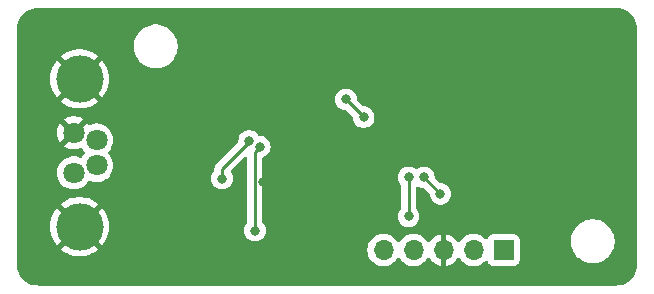
<source format=gbl>
G04 #@! TF.GenerationSoftware,KiCad,Pcbnew,8.0.8*
G04 #@! TF.CreationDate,2025-02-03T14:10:50+01:00*
G04 #@! TF.ProjectId,ASS,4153532e-6b69-4636-9164-5f7063625858,rev?*
G04 #@! TF.SameCoordinates,PX5f5e100PY4c4b400*
G04 #@! TF.FileFunction,Copper,L2,Bot*
G04 #@! TF.FilePolarity,Positive*
%FSLAX46Y46*%
G04 Gerber Fmt 4.6, Leading zero omitted, Abs format (unit mm)*
G04 Created by KiCad (PCBNEW 8.0.8) date 2025-02-03 14:10:50*
%MOMM*%
%LPD*%
G01*
G04 APERTURE LIST*
G04 #@! TA.AperFunction,ComponentPad*
%ADD10C,1.800000*%
G04 #@! TD*
G04 #@! TA.AperFunction,ComponentPad*
%ADD11C,4.000000*%
G04 #@! TD*
G04 #@! TA.AperFunction,ComponentPad*
%ADD12R,1.700000X1.700000*%
G04 #@! TD*
G04 #@! TA.AperFunction,ComponentPad*
%ADD13O,1.700000X1.700000*%
G04 #@! TD*
G04 #@! TA.AperFunction,ViaPad*
%ADD14C,0.800000*%
G04 #@! TD*
G04 #@! TA.AperFunction,Conductor*
%ADD15C,0.250000*%
G04 #@! TD*
G04 APERTURE END LIST*
D10*
X5040000Y9790000D03*
X6990000Y10415000D03*
X5040000Y13190000D03*
X6990000Y12565000D03*
D11*
X5540000Y17740000D03*
X5540000Y5240000D03*
D12*
X41437500Y3260000D03*
D13*
X38897500Y3260000D03*
X36357500Y3260000D03*
X33817500Y3260000D03*
X31277500Y3260000D03*
D14*
X29600000Y14500000D03*
X36100000Y8000000D03*
X20800000Y12000000D03*
X17600000Y9300000D03*
X28100000Y16000000D03*
X34700000Y9400000D03*
X19900000Y12500000D03*
X20400000Y4900000D03*
X19470000Y20130000D03*
X26090000Y11850000D03*
X33256403Y17976403D03*
X28040000Y21930000D03*
X29370000Y20670000D03*
X8830000Y15850000D03*
X13300000Y4150000D03*
X25641097Y3638903D03*
X36847500Y21060000D03*
X15600000Y6620000D03*
X15670000Y1680000D03*
X35540000Y21940000D03*
X37100000Y19500000D03*
X15050000Y15040000D03*
X24567500Y11870000D03*
X24640000Y3530000D03*
X21106250Y9040000D03*
X39700000Y16000000D03*
X36687500Y18487500D03*
X43110000Y20647500D03*
X22550000Y11860000D03*
X18882347Y8872347D03*
X19630000Y21340000D03*
X38970000Y19990000D03*
X16250000Y15030000D03*
X30870000Y20640000D03*
X16440000Y2250000D03*
X34958264Y13694344D03*
X48970000Y20320000D03*
X33392501Y6094697D03*
X33410000Y9410000D03*
D15*
X19900000Y12500000D02*
X20062500Y12500000D01*
X20381250Y4918750D02*
X20400000Y4900000D01*
X36100000Y8000000D02*
X34700000Y9400000D01*
X28100000Y16000000D02*
X29600000Y14500000D01*
X20800000Y12000000D02*
X20381250Y11581250D01*
X19900000Y12400000D02*
X17600000Y10100000D01*
X19900000Y12500000D02*
X19900000Y12400000D01*
X17600000Y10100000D02*
X17600000Y9300000D01*
X20381250Y11581250D02*
X20381250Y4918750D01*
X33410000Y9410000D02*
X33410000Y6112196D01*
X33410000Y6112196D02*
X33392501Y6094697D01*
G04 #@! TA.AperFunction,Conductor*
G36*
X51004418Y23749184D02*
G01*
X51240140Y23732326D01*
X51257641Y23729809D01*
X51484229Y23680518D01*
X51501188Y23675539D01*
X51638672Y23624260D01*
X51718462Y23594499D01*
X51734555Y23587149D01*
X51938068Y23476023D01*
X51952951Y23466458D01*
X52138579Y23327499D01*
X52151950Y23315913D01*
X52315912Y23151951D01*
X52327498Y23138580D01*
X52466457Y22952952D01*
X52476022Y22938069D01*
X52587148Y22734556D01*
X52594498Y22718463D01*
X52675535Y22501197D01*
X52680519Y22484221D01*
X52729807Y22257648D01*
X52732325Y22240136D01*
X52749184Y22004419D01*
X52749500Y21995573D01*
X52749500Y2004428D01*
X52749184Y1995582D01*
X52732325Y1759865D01*
X52729807Y1742353D01*
X52680519Y1515780D01*
X52675535Y1498804D01*
X52594498Y1281538D01*
X52587148Y1265445D01*
X52476022Y1061932D01*
X52466457Y1047049D01*
X52327498Y861421D01*
X52315912Y848050D01*
X52151950Y684088D01*
X52138579Y672502D01*
X51952951Y533543D01*
X51938068Y523978D01*
X51734555Y412852D01*
X51718462Y405502D01*
X51501196Y324465D01*
X51484220Y319481D01*
X51257647Y270193D01*
X51240135Y267675D01*
X51004418Y250816D01*
X50995572Y250500D01*
X2004428Y250500D01*
X1995582Y250816D01*
X1759864Y267675D01*
X1742352Y270193D01*
X1515779Y319481D01*
X1498803Y324465D01*
X1281537Y405502D01*
X1265444Y412852D01*
X1061931Y523978D01*
X1047048Y533543D01*
X861420Y672502D01*
X848049Y684088D01*
X684087Y848050D01*
X672501Y861421D01*
X533542Y1047049D01*
X523977Y1061932D01*
X412851Y1265445D01*
X405501Y1281538D01*
X375740Y1361328D01*
X324461Y1498812D01*
X319482Y1515771D01*
X270191Y1742359D01*
X267674Y1759865D01*
X257544Y1901501D01*
X250816Y1995582D01*
X250500Y2004428D01*
X250500Y5240006D01*
X3035057Y5240006D01*
X3035057Y5239995D01*
X3054807Y4926058D01*
X3054808Y4926051D01*
X3113755Y4617042D01*
X3210963Y4317868D01*
X3210965Y4317863D01*
X3344900Y4033239D01*
X3344903Y4033233D01*
X3513452Y3767641D01*
X3604286Y3657842D01*
X4317339Y4370896D01*
X4395864Y4262816D01*
X4562816Y4095864D01*
X4670893Y4017342D01*
X3954972Y3301421D01*
X4197780Y3125010D01*
X4197790Y3125004D01*
X4473447Y2973460D01*
X4473455Y2973456D01*
X4765926Y2857660D01*
X5070620Y2779427D01*
X5070629Y2779425D01*
X5382701Y2740001D01*
X5382715Y2740000D01*
X5697285Y2740000D01*
X5697298Y2740001D01*
X6009370Y2779425D01*
X6009379Y2779427D01*
X6314073Y2857660D01*
X6606544Y2973456D01*
X6606552Y2973460D01*
X6882203Y3125000D01*
X6882214Y3125007D01*
X7068023Y3260006D01*
X29914344Y3260006D01*
X29914344Y3259995D01*
X29932934Y3035641D01*
X29932936Y3035629D01*
X29988203Y2817386D01*
X30078640Y2611208D01*
X30201776Y2422735D01*
X30201784Y2422724D01*
X30328467Y2285112D01*
X30354260Y2257094D01*
X30531924Y2118811D01*
X30531925Y2118811D01*
X30531927Y2118809D01*
X30591814Y2086400D01*
X30729926Y2011658D01*
X30942865Y1938556D01*
X31164931Y1901500D01*
X31390069Y1901500D01*
X31612135Y1938556D01*
X31825074Y2011658D01*
X32023076Y2118811D01*
X32200740Y2257094D01*
X32322094Y2388918D01*
X32353215Y2422724D01*
X32353215Y2422725D01*
X32353222Y2422732D01*
X32443693Y2561210D01*
X32496838Y2606563D01*
X32566069Y2615987D01*
X32629405Y2586485D01*
X32651304Y2561213D01*
X32741778Y2422732D01*
X32741783Y2422727D01*
X32741784Y2422724D01*
X32868467Y2285112D01*
X32894260Y2257094D01*
X33071924Y2118811D01*
X33071925Y2118811D01*
X33071927Y2118809D01*
X33131814Y2086400D01*
X33269926Y2011658D01*
X33482865Y1938556D01*
X33704931Y1901500D01*
X33930069Y1901500D01*
X34152135Y1938556D01*
X34365074Y2011658D01*
X34563076Y2118811D01*
X34740740Y2257094D01*
X34862094Y2388918D01*
X34893215Y2422724D01*
X34893215Y2422725D01*
X34893222Y2422732D01*
X34987249Y2566653D01*
X35040394Y2612006D01*
X35109625Y2621430D01*
X35172961Y2591928D01*
X35192630Y2569952D01*
X35319390Y2388922D01*
X35486417Y2221895D01*
X35679921Y2086400D01*
X35894007Y1986571D01*
X35894016Y1986567D01*
X36107500Y1929366D01*
X36107500Y2826988D01*
X36164507Y2794075D01*
X36291674Y2760000D01*
X36423326Y2760000D01*
X36550493Y2794075D01*
X36607500Y2826988D01*
X36607500Y1929367D01*
X36820983Y1986567D01*
X36820992Y1986571D01*
X37035078Y2086400D01*
X37228582Y2221895D01*
X37395605Y2388918D01*
X37522368Y2569952D01*
X37576945Y2613577D01*
X37646444Y2620769D01*
X37708798Y2589247D01*
X37727751Y2566650D01*
X37821776Y2422735D01*
X37821784Y2422724D01*
X37948467Y2285112D01*
X37974260Y2257094D01*
X38151924Y2118811D01*
X38151925Y2118811D01*
X38151927Y2118809D01*
X38211814Y2086400D01*
X38349926Y2011658D01*
X38562865Y1938556D01*
X38784931Y1901500D01*
X39010069Y1901500D01*
X39232135Y1938556D01*
X39445074Y2011658D01*
X39643076Y2118811D01*
X39820740Y2257094D01*
X39883952Y2325761D01*
X39943837Y2361750D01*
X40013675Y2359651D01*
X40071291Y2320127D01*
X40091361Y2285112D01*
X40130134Y2181162D01*
X40136611Y2163796D01*
X40224239Y2046739D01*
X40341296Y1959111D01*
X40478299Y1908011D01*
X40505550Y1905082D01*
X40538845Y1901501D01*
X40538862Y1901500D01*
X42336138Y1901500D01*
X42336154Y1901501D01*
X42363192Y1904409D01*
X42396701Y1908011D01*
X42533704Y1959111D01*
X42650761Y2046739D01*
X42738389Y2163796D01*
X42789489Y2300799D01*
X42793357Y2336778D01*
X42795999Y2361346D01*
X42796000Y2361363D01*
X42796000Y4121289D01*
X47149500Y4121289D01*
X47149500Y3878712D01*
X47181161Y3638215D01*
X47243947Y3403896D01*
X47303551Y3260000D01*
X47336776Y3179788D01*
X47458064Y2969711D01*
X47458066Y2969708D01*
X47458067Y2969707D01*
X47605733Y2777264D01*
X47605739Y2777257D01*
X47777256Y2605740D01*
X47777263Y2605734D01*
X47802349Y2586485D01*
X47969711Y2458064D01*
X48179788Y2336776D01*
X48403900Y2243946D01*
X48638211Y2181162D01*
X48818586Y2157416D01*
X48878711Y2149500D01*
X48878712Y2149500D01*
X49121289Y2149500D01*
X49169388Y2155833D01*
X49361789Y2181162D01*
X49596100Y2243946D01*
X49820212Y2336776D01*
X50030289Y2458064D01*
X50222738Y2605735D01*
X50394265Y2777262D01*
X50541936Y2969711D01*
X50663224Y3179788D01*
X50756054Y3403900D01*
X50818838Y3638211D01*
X50850500Y3878712D01*
X50850500Y4121288D01*
X50818838Y4361789D01*
X50756054Y4596100D01*
X50663224Y4820212D01*
X50541936Y5030289D01*
X50481018Y5109679D01*
X50394266Y5222737D01*
X50394260Y5222744D01*
X50222743Y5394261D01*
X50222736Y5394267D01*
X50030293Y5541933D01*
X50030292Y5541934D01*
X50030289Y5541936D01*
X49820212Y5663224D01*
X49820205Y5663227D01*
X49596104Y5756053D01*
X49361785Y5818839D01*
X49121289Y5850500D01*
X49121288Y5850500D01*
X48878712Y5850500D01*
X48878711Y5850500D01*
X48638214Y5818839D01*
X48403895Y5756053D01*
X48179794Y5663227D01*
X48179785Y5663223D01*
X47969706Y5541933D01*
X47777263Y5394267D01*
X47777256Y5394261D01*
X47605739Y5222744D01*
X47605733Y5222737D01*
X47458067Y5030294D01*
X47336777Y4820215D01*
X47336773Y4820206D01*
X47243947Y4596105D01*
X47181161Y4361786D01*
X47149500Y4121289D01*
X42796000Y4121289D01*
X42796000Y4158638D01*
X42795999Y4158655D01*
X42792172Y4194241D01*
X42789489Y4219201D01*
X42788767Y4221136D01*
X42760059Y4298106D01*
X42738389Y4356204D01*
X42650761Y4473261D01*
X42533704Y4560889D01*
X42396703Y4611989D01*
X42336154Y4618500D01*
X42336138Y4618500D01*
X40538862Y4618500D01*
X40538845Y4618500D01*
X40478297Y4611989D01*
X40478295Y4611989D01*
X40341295Y4560889D01*
X40224239Y4473261D01*
X40136611Y4356205D01*
X40091361Y4234889D01*
X40049489Y4178956D01*
X39984024Y4154540D01*
X39915752Y4169393D01*
X39883954Y4194238D01*
X39820740Y4262906D01*
X39643076Y4401189D01*
X39643075Y4401190D01*
X39643072Y4401192D01*
X39445080Y4508339D01*
X39445077Y4508341D01*
X39445074Y4508342D01*
X39445071Y4508343D01*
X39445069Y4508344D01*
X39232137Y4581444D01*
X39010069Y4618500D01*
X38784931Y4618500D01*
X38562862Y4581444D01*
X38349930Y4508344D01*
X38349919Y4508339D01*
X38151927Y4401192D01*
X38151922Y4401188D01*
X37974261Y4262908D01*
X37974256Y4262903D01*
X37821784Y4097277D01*
X37821776Y4097266D01*
X37727751Y3953350D01*
X37674605Y3907993D01*
X37605373Y3898570D01*
X37542038Y3928072D01*
X37522368Y3950049D01*
X37395613Y4131074D01*
X37395608Y4131080D01*
X37228582Y4298106D01*
X37035078Y4433601D01*
X36820992Y4533430D01*
X36820986Y4533433D01*
X36607500Y4590636D01*
X36607500Y3693012D01*
X36550493Y3725925D01*
X36423326Y3760000D01*
X36291674Y3760000D01*
X36164507Y3725925D01*
X36107500Y3693012D01*
X36107500Y4590636D01*
X36107499Y4590636D01*
X35894013Y4533433D01*
X35894007Y4533430D01*
X35679922Y4433601D01*
X35679920Y4433600D01*
X35486426Y4298114D01*
X35486420Y4298109D01*
X35319391Y4131080D01*
X35319390Y4131078D01*
X35192631Y3950048D01*
X35138054Y3906423D01*
X35068555Y3899231D01*
X35006201Y3930753D01*
X34987252Y3953344D01*
X34893222Y4097268D01*
X34893215Y4097275D01*
X34893215Y4097277D01*
X34740743Y4262903D01*
X34740738Y4262908D01*
X34563077Y4401188D01*
X34563072Y4401192D01*
X34365080Y4508339D01*
X34365077Y4508341D01*
X34365074Y4508342D01*
X34365071Y4508343D01*
X34365069Y4508344D01*
X34152137Y4581444D01*
X33930069Y4618500D01*
X33704931Y4618500D01*
X33482862Y4581444D01*
X33269930Y4508344D01*
X33269919Y4508339D01*
X33071927Y4401192D01*
X33071922Y4401188D01*
X32894261Y4262908D01*
X32894256Y4262903D01*
X32741784Y4097277D01*
X32741776Y4097266D01*
X32651308Y3958794D01*
X32598162Y3913438D01*
X32528931Y3904014D01*
X32465595Y3933516D01*
X32443692Y3958794D01*
X32353223Y4097266D01*
X32353215Y4097277D01*
X32200743Y4262903D01*
X32200738Y4262908D01*
X32023077Y4401188D01*
X32023072Y4401192D01*
X31825080Y4508339D01*
X31825077Y4508341D01*
X31825074Y4508342D01*
X31825071Y4508343D01*
X31825069Y4508344D01*
X31612137Y4581444D01*
X31390069Y4618500D01*
X31164931Y4618500D01*
X30942862Y4581444D01*
X30729930Y4508344D01*
X30729919Y4508339D01*
X30531927Y4401192D01*
X30531922Y4401188D01*
X30354261Y4262908D01*
X30354256Y4262903D01*
X30201784Y4097277D01*
X30201776Y4097266D01*
X30078640Y3908793D01*
X29988203Y3702615D01*
X29932936Y3484372D01*
X29932934Y3484360D01*
X29914344Y3260006D01*
X7068023Y3260006D01*
X7125025Y3301421D01*
X7125026Y3301421D01*
X6409105Y4017341D01*
X6517184Y4095864D01*
X6684136Y4262816D01*
X6762659Y4370895D01*
X7475712Y3657842D01*
X7566544Y3767636D01*
X7735096Y4033233D01*
X7735099Y4033239D01*
X7869034Y4317863D01*
X7869036Y4317868D01*
X7966244Y4617042D01*
X8025191Y4926051D01*
X8025192Y4926058D01*
X8044943Y5239995D01*
X8044943Y5240006D01*
X8025192Y5553943D01*
X8025191Y5553950D01*
X7966244Y5862959D01*
X7869036Y6162133D01*
X7869034Y6162138D01*
X7735099Y6446762D01*
X7735096Y6446768D01*
X7566544Y6712365D01*
X7475712Y6822161D01*
X6762658Y6109107D01*
X6684136Y6217184D01*
X6517184Y6384136D01*
X6409105Y6462660D01*
X7125026Y7178581D01*
X6882219Y7354991D01*
X6882209Y7354997D01*
X6606552Y7506541D01*
X6606544Y7506545D01*
X6314073Y7622341D01*
X6009379Y7700574D01*
X6009370Y7700576D01*
X5697298Y7740000D01*
X5382701Y7740000D01*
X5070629Y7700576D01*
X5070620Y7700574D01*
X4765926Y7622341D01*
X4473455Y7506545D01*
X4473447Y7506541D01*
X4197790Y7354997D01*
X4197772Y7354986D01*
X3954973Y7178583D01*
X3954972Y7178581D01*
X4670894Y6462660D01*
X4562816Y6384136D01*
X4395864Y6217184D01*
X4317340Y6109107D01*
X3604286Y6822161D01*
X3513460Y6712372D01*
X3513457Y6712368D01*
X3344903Y6446768D01*
X3344900Y6446762D01*
X3210965Y6162138D01*
X3210963Y6162133D01*
X3113755Y5862959D01*
X3054808Y5553950D01*
X3054807Y5553943D01*
X3035057Y5240006D01*
X250500Y5240006D01*
X250500Y9790006D01*
X3626673Y9790006D01*
X3626673Y9789995D01*
X3645948Y9557378D01*
X3703251Y9331093D01*
X3797015Y9117332D01*
X3924686Y8921916D01*
X4082776Y8750186D01*
X4082780Y8750182D01*
X4266983Y8606810D01*
X4266985Y8606809D01*
X4266988Y8606807D01*
X4320805Y8577683D01*
X4472273Y8495713D01*
X4541885Y8471815D01*
X4693045Y8419921D01*
X4693047Y8419921D01*
X4693049Y8419920D01*
X4923288Y8381500D01*
X4923289Y8381500D01*
X5156711Y8381500D01*
X5156712Y8381500D01*
X5386951Y8419920D01*
X5607727Y8495713D01*
X5813017Y8606810D01*
X5997220Y8750182D01*
X6155314Y8921917D01*
X6258566Y9079958D01*
X6311711Y9125313D01*
X6380942Y9134737D01*
X6417457Y9122508D01*
X6417575Y9122774D01*
X6420525Y9121480D01*
X6421391Y9121190D01*
X6421914Y9120908D01*
X6422273Y9120713D01*
X6536914Y9081357D01*
X6643045Y9044921D01*
X6643047Y9044921D01*
X6643049Y9044920D01*
X6873288Y9006500D01*
X6873289Y9006500D01*
X7106711Y9006500D01*
X7106712Y9006500D01*
X7336951Y9044920D01*
X7557727Y9120713D01*
X7763017Y9231810D01*
X7850627Y9300000D01*
X16686496Y9300000D01*
X16706458Y9110072D01*
X16706459Y9110069D01*
X16765470Y8928451D01*
X16765473Y8928444D01*
X16860960Y8763056D01*
X16988747Y8621134D01*
X17143248Y8508882D01*
X17317712Y8431206D01*
X17504513Y8391500D01*
X17695487Y8391500D01*
X17882288Y8431206D01*
X18056752Y8508882D01*
X18211253Y8621134D01*
X18339040Y8763056D01*
X18434527Y8928444D01*
X18493542Y9110072D01*
X18513504Y9300000D01*
X18493542Y9489928D01*
X18434527Y9671556D01*
X18347745Y9821867D01*
X18331272Y9889767D01*
X18354125Y9955794D01*
X18367451Y9971548D01*
X18987974Y10592071D01*
X19536070Y11140168D01*
X19597392Y11173651D01*
X19667084Y11168667D01*
X19723017Y11126795D01*
X19747434Y11061331D01*
X19747750Y11052485D01*
X19747750Y5580934D01*
X19728065Y5513895D01*
X19715904Y5497967D01*
X19677701Y5455538D01*
X19660957Y5436941D01*
X19565473Y5271557D01*
X19565470Y5271550D01*
X19506459Y5089932D01*
X19506458Y5089928D01*
X19486496Y4900000D01*
X19506458Y4710072D01*
X19506459Y4710069D01*
X19565470Y4528451D01*
X19565473Y4528444D01*
X19660960Y4363056D01*
X19788747Y4221134D01*
X19943248Y4108882D01*
X20117712Y4031206D01*
X20304513Y3991500D01*
X20495487Y3991500D01*
X20682288Y4031206D01*
X20856752Y4108882D01*
X21011253Y4221134D01*
X21139040Y4363056D01*
X21234527Y4528444D01*
X21293542Y4710072D01*
X21313504Y4900000D01*
X21293542Y5089928D01*
X21234527Y5271556D01*
X21151230Y5415831D01*
X21139041Y5436943D01*
X21139036Y5436950D01*
X21046600Y5539611D01*
X21016370Y5602603D01*
X21014750Y5622583D01*
X21014750Y6094697D01*
X32478997Y6094697D01*
X32498959Y5904769D01*
X32498960Y5904766D01*
X32557971Y5723148D01*
X32557974Y5723141D01*
X32653461Y5557753D01*
X32781248Y5415831D01*
X32935749Y5303579D01*
X33110213Y5225903D01*
X33297014Y5186197D01*
X33487988Y5186197D01*
X33674789Y5225903D01*
X33849253Y5303579D01*
X34003754Y5415831D01*
X34131541Y5557753D01*
X34227028Y5723141D01*
X34286043Y5904769D01*
X34306005Y6094697D01*
X34286043Y6284625D01*
X34227028Y6466253D01*
X34131541Y6631641D01*
X34075350Y6694048D01*
X34045120Y6757040D01*
X34043500Y6777020D01*
X34043500Y8510644D01*
X34063185Y8577683D01*
X34115989Y8623438D01*
X34185147Y8633382D01*
X34237592Y8612095D01*
X34237615Y8612134D01*
X34237901Y8611969D01*
X34240389Y8610959D01*
X34243248Y8608882D01*
X34417712Y8531206D01*
X34604513Y8491500D01*
X34661234Y8491500D01*
X34728273Y8471815D01*
X34748915Y8455181D01*
X35153378Y8050718D01*
X35186863Y7989395D01*
X35189018Y7975999D01*
X35196992Y7900132D01*
X35206458Y7810072D01*
X35206459Y7810069D01*
X35265470Y7628451D01*
X35265473Y7628444D01*
X35360960Y7463056D01*
X35488747Y7321134D01*
X35643248Y7208882D01*
X35817712Y7131206D01*
X36004513Y7091500D01*
X36195487Y7091500D01*
X36382288Y7131206D01*
X36556752Y7208882D01*
X36711253Y7321134D01*
X36839040Y7463056D01*
X36934527Y7628444D01*
X36993542Y7810072D01*
X37013504Y8000000D01*
X36993542Y8189928D01*
X36934527Y8371556D01*
X36839040Y8536944D01*
X36711253Y8678866D01*
X36556752Y8791118D01*
X36382288Y8868794D01*
X36382286Y8868795D01*
X36195487Y8908500D01*
X36138766Y8908500D01*
X36071727Y8928185D01*
X36051085Y8944819D01*
X35646620Y9349284D01*
X35613135Y9410607D01*
X35610983Y9423985D01*
X35593542Y9589928D01*
X35534527Y9771556D01*
X35439040Y9936944D01*
X35311253Y10078866D01*
X35156752Y10191118D01*
X34982288Y10268794D01*
X34982286Y10268795D01*
X34795487Y10308500D01*
X34604513Y10308500D01*
X34417714Y10268795D01*
X34243243Y10191116D01*
X34134766Y10112302D01*
X34068960Y10088822D01*
X34000906Y10104648D01*
X33989005Y10112296D01*
X33866752Y10201118D01*
X33692288Y10278794D01*
X33692286Y10278795D01*
X33505487Y10318500D01*
X33314513Y10318500D01*
X33127714Y10278795D01*
X32953246Y10201117D01*
X32798745Y10088865D01*
X32670959Y9946943D01*
X32575473Y9781557D01*
X32575470Y9781550D01*
X32516459Y9599932D01*
X32516458Y9599928D01*
X32496496Y9410000D01*
X32516458Y9220072D01*
X32516459Y9220069D01*
X32575470Y9038451D01*
X32575473Y9038444D01*
X32670959Y8873057D01*
X32679070Y8864049D01*
X32744649Y8791216D01*
X32774880Y8728225D01*
X32776500Y8708244D01*
X32776500Y6815889D01*
X32756815Y6748850D01*
X32744650Y6732917D01*
X32653460Y6631640D01*
X32557974Y6466254D01*
X32557971Y6466247D01*
X32531292Y6384136D01*
X32498959Y6284625D01*
X32478997Y6094697D01*
X21014750Y6094697D01*
X21014750Y11020610D01*
X21034435Y11087649D01*
X21087239Y11133404D01*
X21088218Y11133847D01*
X21256752Y11208882D01*
X21411253Y11321134D01*
X21539040Y11463056D01*
X21634527Y11628444D01*
X21693542Y11810072D01*
X21713504Y12000000D01*
X21693542Y12189928D01*
X21634527Y12371556D01*
X21539040Y12536944D01*
X21411253Y12678866D01*
X21256752Y12791118D01*
X21082288Y12868794D01*
X21082286Y12868795D01*
X20895487Y12908500D01*
X20784789Y12908500D01*
X20717750Y12928185D01*
X20677402Y12970500D01*
X20646566Y13023908D01*
X20639040Y13036944D01*
X20511253Y13178866D01*
X20356752Y13291118D01*
X20182288Y13368794D01*
X20182286Y13368795D01*
X19995487Y13408500D01*
X19804513Y13408500D01*
X19617714Y13368795D01*
X19443246Y13291117D01*
X19288745Y13178865D01*
X19160959Y13036943D01*
X19065473Y12871557D01*
X19065470Y12871550D01*
X19020734Y12733865D01*
X19006458Y12689928D01*
X18990700Y12540000D01*
X18986496Y12500000D01*
X18991498Y12452405D01*
X18978928Y12383675D01*
X18955858Y12351764D01*
X17628114Y11024018D01*
X17196167Y10592071D01*
X17152047Y10547951D01*
X17107927Y10503832D01*
X17038603Y10400082D01*
X17038598Y10400073D01*
X16990845Y10284786D01*
X16990843Y10284778D01*
X16966500Y10162399D01*
X16966500Y10001759D01*
X16946815Y9934720D01*
X16934650Y9918787D01*
X16860963Y9836950D01*
X16860958Y9836943D01*
X16765473Y9671557D01*
X16765470Y9671550D01*
X16706459Y9489932D01*
X16706458Y9489928D01*
X16686496Y9300000D01*
X7850627Y9300000D01*
X7947220Y9375182D01*
X8105314Y9546917D01*
X8232984Y9742331D01*
X8326749Y9956093D01*
X8384051Y10182374D01*
X8402090Y10400073D01*
X8403327Y10414995D01*
X8403327Y10415006D01*
X8390476Y10570084D01*
X8384051Y10647626D01*
X8326749Y10873907D01*
X8232984Y11087669D01*
X8105313Y11283085D01*
X7992145Y11406017D01*
X7961222Y11468671D01*
X7969082Y11538097D01*
X7992145Y11573983D01*
X8105313Y11696916D01*
X8166128Y11790000D01*
X8232984Y11892331D01*
X8326749Y12106093D01*
X8384051Y12332374D01*
X8397941Y12500000D01*
X8403327Y12564995D01*
X8403327Y12565006D01*
X8384051Y12797623D01*
X8384051Y12797626D01*
X8326749Y13023907D01*
X8232984Y13237669D01*
X8147316Y13368794D01*
X8105313Y13433085D01*
X7947223Y13604815D01*
X7947222Y13604816D01*
X7947220Y13604818D01*
X7763017Y13748190D01*
X7763015Y13748191D01*
X7763014Y13748192D01*
X7763011Y13748194D01*
X7557733Y13859284D01*
X7557730Y13859285D01*
X7557727Y13859287D01*
X7557721Y13859289D01*
X7557719Y13859290D01*
X7336954Y13935080D01*
X7164271Y13963895D01*
X7106712Y13973500D01*
X6873288Y13973500D01*
X6827240Y13965816D01*
X6643045Y13935080D01*
X6422281Y13859290D01*
X6422265Y13859284D01*
X6413889Y13854750D01*
X6345561Y13840156D01*
X6280189Y13864820D01*
X6251065Y13895985D01*
X6191186Y13987636D01*
X5641041Y13437490D01*
X5616022Y13497890D01*
X5544888Y13604351D01*
X5454351Y13694888D01*
X5347890Y13766022D01*
X5287487Y13791042D01*
X5838797Y14342353D01*
X5838797Y14342355D01*
X5808360Y14366045D01*
X5808354Y14366049D01*
X5604302Y14476477D01*
X5604293Y14476480D01*
X5384860Y14551812D01*
X5156007Y14590000D01*
X4923993Y14590000D01*
X4695139Y14551812D01*
X4475706Y14476480D01*
X4475697Y14476477D01*
X4271650Y14366051D01*
X4241200Y14342353D01*
X4792511Y13791042D01*
X4732110Y13766022D01*
X4625649Y13694888D01*
X4535112Y13604351D01*
X4463978Y13497890D01*
X4438958Y13437489D01*
X3888812Y13987635D01*
X3804516Y13858609D01*
X3804514Y13858605D01*
X3711317Y13646136D01*
X3654361Y13421219D01*
X3635202Y13190006D01*
X3635202Y13189995D01*
X3654361Y12958782D01*
X3711317Y12733865D01*
X3804516Y12521391D01*
X3888811Y12392367D01*
X4438957Y12942513D01*
X4463978Y12882110D01*
X4535112Y12775649D01*
X4625649Y12685112D01*
X4732110Y12613978D01*
X4792511Y12588959D01*
X4241201Y12037649D01*
X4271649Y12013950D01*
X4475697Y11903524D01*
X4475706Y11903521D01*
X4695139Y11828189D01*
X4923993Y11790000D01*
X5156007Y11790000D01*
X5384860Y11828189D01*
X5604293Y11903521D01*
X5608999Y11905584D01*
X5609472Y11904505D01*
X5672247Y11917927D01*
X5737624Y11893277D01*
X5766769Y11862096D01*
X5874683Y11696920D01*
X5987855Y11573983D01*
X6018777Y11511328D01*
X6010917Y11441902D01*
X5987855Y11406017D01*
X5874686Y11283083D01*
X5771434Y11125044D01*
X5718287Y11079688D01*
X5649056Y11070264D01*
X5612541Y11082493D01*
X5612425Y11082226D01*
X5609484Y11083516D01*
X5608615Y11083807D01*
X5607735Y11084284D01*
X5607719Y11084290D01*
X5386954Y11160080D01*
X5214271Y11188895D01*
X5156712Y11198500D01*
X4923288Y11198500D01*
X4877240Y11190816D01*
X4693045Y11160080D01*
X4472280Y11084290D01*
X4472266Y11084284D01*
X4266988Y10973194D01*
X4266985Y10973192D01*
X4082781Y10829819D01*
X4082776Y10829815D01*
X3924686Y10658085D01*
X3797015Y10462669D01*
X3703251Y10248908D01*
X3645948Y10022623D01*
X3626673Y9790006D01*
X250500Y9790006D01*
X250500Y17740006D01*
X3035057Y17740006D01*
X3035057Y17739995D01*
X3054807Y17426058D01*
X3054808Y17426051D01*
X3113755Y17117042D01*
X3210963Y16817868D01*
X3210965Y16817863D01*
X3344900Y16533239D01*
X3344903Y16533233D01*
X3513452Y16267641D01*
X3604286Y16157842D01*
X4317339Y16870896D01*
X4395864Y16762816D01*
X4562816Y16595864D01*
X4670893Y16517342D01*
X3954972Y15801421D01*
X4197780Y15625010D01*
X4197790Y15625004D01*
X4473447Y15473460D01*
X4473455Y15473456D01*
X4765926Y15357660D01*
X5070620Y15279427D01*
X5070629Y15279425D01*
X5382701Y15240001D01*
X5382715Y15240000D01*
X5697285Y15240000D01*
X5697298Y15240001D01*
X6009370Y15279425D01*
X6009379Y15279427D01*
X6314073Y15357660D01*
X6606544Y15473456D01*
X6606552Y15473460D01*
X6882203Y15625000D01*
X6882214Y15625007D01*
X7125025Y15801421D01*
X7125026Y15801421D01*
X6926447Y16000000D01*
X27186496Y16000000D01*
X27206458Y15810072D01*
X27206459Y15810069D01*
X27265470Y15628451D01*
X27265473Y15628444D01*
X27360960Y15463056D01*
X27488747Y15321134D01*
X27643248Y15208882D01*
X27817712Y15131206D01*
X28004513Y15091500D01*
X28061234Y15091500D01*
X28128273Y15071815D01*
X28148915Y15055181D01*
X28653378Y14550718D01*
X28686863Y14489395D01*
X28689018Y14475999D01*
X28696992Y14400132D01*
X28706458Y14310072D01*
X28706459Y14310069D01*
X28765470Y14128451D01*
X28765473Y14128444D01*
X28860960Y13963056D01*
X28886150Y13935080D01*
X28971619Y13840156D01*
X28988747Y13821134D01*
X29143248Y13708882D01*
X29317712Y13631206D01*
X29504513Y13591500D01*
X29695487Y13591500D01*
X29882288Y13631206D01*
X30056752Y13708882D01*
X30211253Y13821134D01*
X30339040Y13963056D01*
X30434527Y14128444D01*
X30493542Y14310072D01*
X30513504Y14500000D01*
X30493542Y14689928D01*
X30434527Y14871556D01*
X30339040Y15036944D01*
X30211253Y15178866D01*
X30056752Y15291118D01*
X29882288Y15368794D01*
X29882286Y15368795D01*
X29695487Y15408500D01*
X29638766Y15408500D01*
X29571727Y15428185D01*
X29551085Y15444819D01*
X29046620Y15949284D01*
X29013135Y16010607D01*
X29010983Y16023985D01*
X28993542Y16189928D01*
X28934527Y16371556D01*
X28839040Y16536944D01*
X28711253Y16678866D01*
X28556752Y16791118D01*
X28382288Y16868794D01*
X28382286Y16868795D01*
X28195487Y16908500D01*
X28004513Y16908500D01*
X27817714Y16868795D01*
X27643246Y16791117D01*
X27488745Y16678865D01*
X27360959Y16536943D01*
X27265473Y16371557D01*
X27265470Y16371550D01*
X27206459Y16189932D01*
X27206458Y16189928D01*
X27186496Y16000000D01*
X6926447Y16000000D01*
X6409105Y16517341D01*
X6517184Y16595864D01*
X6684136Y16762816D01*
X6762659Y16870895D01*
X7475712Y16157842D01*
X7566544Y16267636D01*
X7735096Y16533233D01*
X7735099Y16533239D01*
X7869034Y16817863D01*
X7869036Y16817868D01*
X7966244Y17117042D01*
X8025191Y17426051D01*
X8025192Y17426058D01*
X8044943Y17739995D01*
X8044943Y17740006D01*
X8025192Y18053943D01*
X8025191Y18053950D01*
X7966244Y18362959D01*
X7869036Y18662133D01*
X7869034Y18662138D01*
X7735099Y18946762D01*
X7735096Y18946768D01*
X7566544Y19212365D01*
X7475712Y19322161D01*
X6762658Y18609107D01*
X6684136Y18717184D01*
X6517184Y18884136D01*
X6409105Y18962660D01*
X7125026Y19678581D01*
X6882219Y19854991D01*
X6882209Y19854997D01*
X6606552Y20006541D01*
X6606544Y20006545D01*
X6314073Y20122341D01*
X6009379Y20200574D01*
X6009370Y20200576D01*
X5697298Y20240000D01*
X5382701Y20240000D01*
X5070629Y20200576D01*
X5070620Y20200574D01*
X4765926Y20122341D01*
X4473455Y20006545D01*
X4473447Y20006541D01*
X4197790Y19854997D01*
X4197772Y19854986D01*
X3954973Y19678583D01*
X3954972Y19678581D01*
X4670894Y18962660D01*
X4562816Y18884136D01*
X4395864Y18717184D01*
X4317340Y18609107D01*
X3604286Y19322161D01*
X3513460Y19212372D01*
X3513457Y19212368D01*
X3344903Y18946768D01*
X3344900Y18946762D01*
X3210965Y18662138D01*
X3210963Y18662133D01*
X3113755Y18362959D01*
X3054808Y18053950D01*
X3054807Y18053943D01*
X3035057Y17740006D01*
X250500Y17740006D01*
X250500Y20621289D01*
X10149500Y20621289D01*
X10149500Y20378712D01*
X10181161Y20138215D01*
X10243947Y19903896D01*
X10336773Y19679795D01*
X10336776Y19679788D01*
X10458064Y19469711D01*
X10458066Y19469708D01*
X10458067Y19469707D01*
X10605733Y19277264D01*
X10605739Y19277257D01*
X10777256Y19105740D01*
X10777262Y19105735D01*
X10969711Y18958064D01*
X11179788Y18836776D01*
X11403900Y18743946D01*
X11638211Y18681162D01*
X11818586Y18657416D01*
X11878711Y18649500D01*
X11878712Y18649500D01*
X12121289Y18649500D01*
X12169388Y18655833D01*
X12361789Y18681162D01*
X12596100Y18743946D01*
X12820212Y18836776D01*
X13030289Y18958064D01*
X13222738Y19105735D01*
X13394265Y19277262D01*
X13541936Y19469711D01*
X13663224Y19679788D01*
X13756054Y19903900D01*
X13818838Y20138211D01*
X13850500Y20378712D01*
X13850500Y20621288D01*
X13818838Y20861789D01*
X13756054Y21096100D01*
X13663224Y21320212D01*
X13541936Y21530289D01*
X13394265Y21722738D01*
X13394260Y21722744D01*
X13222743Y21894261D01*
X13222736Y21894267D01*
X13030293Y22041933D01*
X13030292Y22041934D01*
X13030289Y22041936D01*
X12820212Y22163224D01*
X12820205Y22163227D01*
X12596104Y22256053D01*
X12361785Y22318839D01*
X12121289Y22350500D01*
X12121288Y22350500D01*
X11878712Y22350500D01*
X11878711Y22350500D01*
X11638214Y22318839D01*
X11403895Y22256053D01*
X11179794Y22163227D01*
X11179785Y22163223D01*
X10969706Y22041933D01*
X10777263Y21894267D01*
X10777256Y21894261D01*
X10605739Y21722744D01*
X10605733Y21722737D01*
X10458067Y21530294D01*
X10336777Y21320215D01*
X10336773Y21320206D01*
X10243947Y21096105D01*
X10181161Y20861786D01*
X10149500Y20621289D01*
X250500Y20621289D01*
X250500Y21995573D01*
X250816Y22004419D01*
X260236Y22136130D01*
X267674Y22240143D01*
X270190Y22257640D01*
X319483Y22484234D01*
X324460Y22501185D01*
X405501Y22718464D01*
X412851Y22734556D01*
X517017Y22925322D01*
X523981Y22938077D01*
X533537Y22952946D01*
X672506Y23138587D01*
X684080Y23151944D01*
X848056Y23315920D01*
X861413Y23327494D01*
X1047054Y23466463D01*
X1061923Y23476019D01*
X1265444Y23587150D01*
X1281537Y23594499D01*
X1498815Y23675540D01*
X1515766Y23680517D01*
X1742360Y23729810D01*
X1759857Y23732326D01*
X1995582Y23749184D01*
X2004428Y23749500D01*
X2044170Y23749500D01*
X50955830Y23749500D01*
X50995572Y23749500D01*
X51004418Y23749184D01*
G37*
G04 #@! TD.AperFunction*
M02*

</source>
